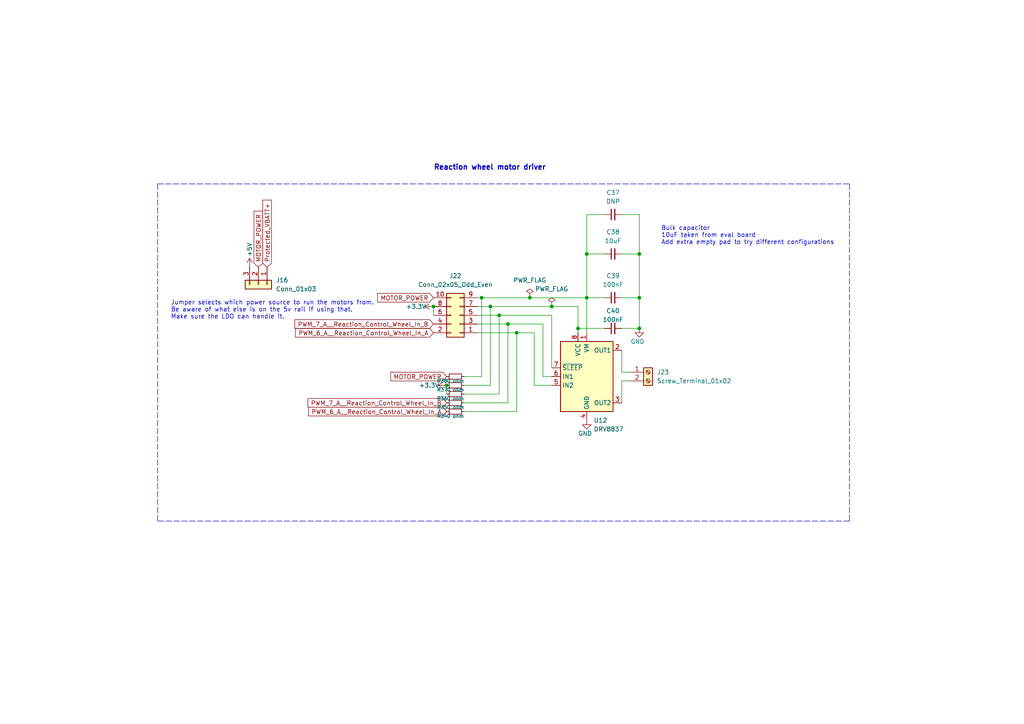
<source format=kicad_sch>
(kicad_sch (version 20211123) (generator eeschema)
  (paper "A4")
  (title_block (title "Reaction Control Wheel") (date "2023-01-31") (rev "v0.3"))
  (lib_symbols
    (symbol "Connector:Screw_Terminal_01x02" (pin_names (offset 1.016) hide)
      (property "Reference" "J" (at 0 2.54 0))
      (property "Value" "Screw_Terminal_01x02" (at 0 -5.08 0))
      (symbol "Screw_Terminal_01x02_1_1"
        (rectangle (start -1.27 1.27) (end 1.27 -3.81) (stroke (width 0.254)) (fill (type background)))
        (circle (center 0 -2.54) (radius 0.635) (stroke (width 0.1524)))
        (polyline (pts (xy -0.5334 -2.2098) (xy 0.3302 -3.048)) (stroke (width 0.1524)))
        (polyline (pts (xy -0.5334 0.3302) (xy 0.3302 -0.508)) (stroke (width 0.1524)))
        (polyline (pts (xy -0.3556 -2.032) (xy 0.508 -2.8702)) (stroke (width 0.1524)))
        (polyline (pts (xy -0.3556 0.508) (xy 0.508 -0.3302)) (stroke (width 0.1524)))
        (circle (center 0 0) (radius 0.635) (stroke (width 0.1524)))
        (pin passive line (at -5.08 0 0) (length 3.81) (name "Pin_1") (number "1"))
        (pin passive line (at -5.08 -2.54 0) (length 3.81) (name "Pin_2") (number "2"))
      )
    )
    (symbol "Connector_Generic:Conn_01x03" (pin_names (offset 1.016) hide)
      (property "Reference" "J" (at 0 5.08 0))
      (property "Value" "Conn_01x03" (at 0 -5.08 0))
      (symbol "Conn_01x03_1_1"
        (rectangle (start -1.27 -2.413) (end 0 -2.667) (stroke (width 0.1524)))
        (rectangle (start -1.27 0.127) (end 0 -0.127) (stroke (width 0.1524)))
        (rectangle (start -1.27 2.667) (end 0 2.413) (stroke (width 0.1524)))
        (rectangle (start -1.27 3.81) (end 1.27 -3.81) (stroke (width 0.254)) (fill (type background)))
        (pin passive line (at -5.08 2.54 0) (length 3.81) (name "Pin_1") (number "1"))
        (pin passive line (at -5.08 0 0) (length 3.81) (name "Pin_2") (number "2"))
        (pin passive line (at -5.08 -2.54 0) (length 3.81) (name "Pin_3") (number "3"))
      )
    )
    (symbol "Connector_Generic:Conn_02x05_Odd_Even" (pin_names (offset 1.016) hide)
      (property "Reference" "J" (at 1.27 7.62 0))
      (property "Value" "Conn_02x05_Odd_Even" (at 1.27 -7.62 0))
      (symbol "Conn_02x05_Odd_Even_1_1"
        (rectangle (start -1.27 -4.953) (end 0 -5.207) (stroke (width 0.1524)))
        (rectangle (start -1.27 -2.413) (end 0 -2.667) (stroke (width 0.1524)))
        (rectangle (start -1.27 0.127) (end 0 -0.127) (stroke (width 0.1524)))
        (rectangle (start -1.27 2.667) (end 0 2.413) (stroke (width 0.1524)))
        (rectangle (start -1.27 5.207) (end 0 4.953) (stroke (width 0.1524)))
        (rectangle (start -1.27 6.35) (end 3.81 -6.35) (stroke (width 0.254)) (fill (type background)))
        (rectangle (start 3.81 -4.953) (end 2.54 -5.207) (stroke (width 0.1524)))
        (rectangle (start 3.81 -2.413) (end 2.54 -2.667) (stroke (width 0.1524)))
        (rectangle (start 3.81 0.127) (end 2.54 -0.127) (stroke (width 0.1524)))
        (rectangle (start 3.81 2.667) (end 2.54 2.413) (stroke (width 0.1524)))
        (rectangle (start 3.81 5.207) (end 2.54 4.953) (stroke (width 0.1524)))
        (pin passive line (at -5.08 5.08 0) (length 3.81) (name "Pin_1") (number "1"))
        (pin passive line (at 7.62 -5.08 180) (length 3.81) (name "Pin_10") (number "10"))
        (pin passive line (at 7.62 5.08 180) (length 3.81) (name "Pin_2") (number "2"))
        (pin passive line (at -5.08 2.54 0) (length 3.81) (name "Pin_3") (number "3"))
        (pin passive line (at 7.62 2.54 180) (length 3.81) (name "Pin_4") (number "4"))
        (pin passive line (at -5.08 0 0) (length 3.81) (name "Pin_5") (number "5"))
        (pin passive line (at 7.62 0 180) (length 3.81) (name "Pin_6") (number "6"))
        (pin passive line (at -5.08 -2.54 0) (length 3.81) (name "Pin_7") (number "7"))
        (pin passive line (at 7.62 -2.54 180) (length 3.81) (name "Pin_8") (number "8"))
        (pin passive line (at -5.08 -5.08 0) (length 3.81) (name "Pin_9") (number "9"))
      )
    )
    (symbol "Device:C_Small" (pin_numbers hide) (pin_names (offset 0.254) hide)
      (property "Reference" "C" (at 0.254 1.778 0))
      (property "Value" "C_Small" (at 0.254 -2.032 0))
      (symbol "C_Small_0_1"
        (polyline (pts (xy -1.524 -0.508) (xy 1.524 -0.508)) (stroke (width 0.3302)))
        (polyline (pts (xy -1.524 0.508) (xy 1.524 0.508)) (stroke (width 0.3048)))
      )
      (symbol "C_Small_1_1"
        (pin passive line (at 0 2.54 270) (length 2.032) (name "~") (number "1"))
        (pin passive line (at 0 -2.54 90) (length 2.032) (name "~") (number "2"))
      )
    )
    (symbol "Device:R_Small" (pin_numbers hide) (pin_names (offset 0.254) hide)
      (property "Reference" "R" (at 0.762 0.508 0))
      (property "Value" "R_Small" (at 0.762 -1.016 0))
      (symbol "R_Small_0_1"
        (rectangle (start -0.762 1.778) (end 0.762 -1.778) (stroke (width 0.2032)))
      )
      (symbol "R_Small_1_1"
        (pin passive line (at 0 2.54 270) (length 0.762) (name "~") (number "1"))
        (pin passive line (at 0 -2.54 90) (length 0.762) (name "~") (number "2"))
      )
    )
    (symbol "Driver_Motor:DRV8837"
      (property "Reference" "U" (at 6.35 11.43 0))
      (property "Value" "DRV8837" (at -10.16 11.43 0))
      (symbol "DRV8837_0_1"
        (rectangle (start -7.62 10.16) (end 7.62 -10.16) (stroke (width 0.254)) (fill (type background)))
      )
      (symbol "DRV8837_1_1"
        (pin power_in line (at 0 12.7 270) (length 2.54) (name "VM") (number "1"))
        (pin output line (at 10.16 7.62 180) (length 2.54) (name "OUT1") (number "2"))
        (pin output line (at 10.16 -7.62 180) (length 2.54) (name "OUT2") (number "3"))
        (pin power_in line (at 0 -12.7 90) (length 2.54) (name "GND") (number "4"))
        (pin input line (at -10.16 -2.54 0) (length 2.54) (name "IN2") (number "5"))
        (pin input line (at -10.16 0 0) (length 2.54) (name "IN1") (number "6"))
        (pin input line (at -10.16 2.54 0) (length 2.54) (name "~{SLEEP}") (number "7"))
        (pin power_in line (at -2.54 12.7 270) (length 2.54) (name "VCC") (number "8"))
        (pin passive line (at 0 -12.7 90) (length 2.54) hide (name "GND") (number "9"))
      )
    )
    (symbol "power:+3.3V" (power) (pin_names (offset 0))
      (property "Value" "+3.3V" (at 0 3.556 0))
      (symbol "+3.3V_0_1"
        (polyline (pts (xy -0.762 1.27) (xy 0 2.54)))
        (polyline (pts (xy 0 0) (xy 0 2.54)))
        (polyline (pts (xy 0 2.54) (xy 0.762 1.27)))
      )
      (symbol "+3.3V_1_1"
        (pin power_in line (at 0 0 90) (length 0) hide (name "+3.3V") (number "1"))
      )
    )
    (symbol "power:+5V" (power) (pin_names (offset 0))
      (property "Value" "+5V" (at 0 3.556 0))
      (symbol "+5V_0_1"
        (polyline (pts (xy -0.762 1.27) (xy 0 2.54)))
        (polyline (pts (xy 0 0) (xy 0 2.54)))
        (polyline (pts (xy 0 2.54) (xy 0.762 1.27)))
      )
      (symbol "+5V_1_1"
        (pin power_in line (at 0 0 90) (length 0) hide (name "+5V") (number "1"))
      )
    )
    (symbol "power:GND" (power) (pin_names (offset 0))
      (property "Value" "GND" (at 0 -3.81 0))
      (symbol "GND_0_1"
        (polyline (pts (xy 0 0) (xy 0 -1.27) (xy 1.27 -1.27) (xy 0 -2.54) (xy -1.27 -1.27) (xy 0 -1.27)))
      )
      (symbol "GND_1_1"
        (pin power_in line (at 0 0 270) (length 0) hide (name "GND") (number "1"))
      )
    )
    (symbol "power:PWR_FLAG" (power) (pin_numbers hide) (pin_names (offset 0) hide)
      (property "Value" "PWR_FLAG" (at 0 3.81 0))
      (symbol "PWR_FLAG_0_0"
        (pin power_out line (at 0 0 90) (length 0) (name "pwr") (number "1"))
      )
      (symbol "PWR_FLAG_0_1"
        (polyline (pts (xy 0 0) (xy 0 1.27) (xy -1.016 1.905) (xy 0 2.54) (xy 1.016 1.905) (xy 0 1.27)))
      )
    )
  )
  (junction (at 185.42 86.36))
  (junction (at 149.86 96.52))
  (junction (at 153.67 86.36))
  (junction (at 139.7 86.36))
  (junction (at 185.42 95.25))
  (junction (at 147.32 93.98))
  (junction (at 142.24 88.9))
  (junction (at 129.54 111.76))
  (junction (at 170.18 86.36))
  (junction (at 125.73 88.9))
  (junction (at 167.64 95.25))
  (junction (at 144.78 91.44))
  (junction (at 160.02 88.9))
  (junction (at 185.42 73.66))
  (junction (at 170.18 73.66))
  (wire (pts (xy 180.34 110.49) (xy 180.34 116.84)))
  (wire (pts (xy 167.64 95.25) (xy 175.26 95.25)))
  (wire (pts (xy 139.7 86.36) (xy 153.67 86.36)))
  (wire (pts (xy 138.43 96.52) (xy 149.86 96.52)))
  (wire (pts (xy 153.67 86.36) (xy 170.18 86.36)))
  (wire (pts (xy 180.34 62.23) (xy 185.42 62.23)))
  (wire (pts (xy 138.43 86.36) (xy 139.7 86.36)))
  (wire (pts (xy 182.88 107.95) (xy 180.34 107.95)))
  (wire (pts (xy 160.02 106.68) (xy 160.02 91.44)))
  (wire (pts (xy 154.94 96.52) (xy 154.94 111.76)))
  (wire (pts (xy 170.18 86.36) (xy 170.18 96.52)))
  (wire (pts (xy 142.24 88.9) (xy 138.43 88.9)))
  (polyline (pts (xy 246.38 53.34) (xy 246.38 151.13)))
  (wire (pts (xy 180.34 86.36) (xy 185.42 86.36)))
  (wire (pts (xy 149.86 96.52) (xy 149.86 119.38)))
  (wire (pts (xy 180.34 107.95) (xy 180.34 101.6)))
  (wire (pts (xy 182.88 110.49) (xy 180.34 110.49)))
  (wire (pts (xy 125.73 88.9) (xy 125.73 91.44)))
  (wire (pts (xy 170.18 73.66) (xy 175.26 73.66)))
  (wire (pts (xy 170.18 62.23) (xy 175.26 62.23)))
  (wire (pts (xy 144.78 91.44) (xy 138.43 91.44)))
  (wire (pts (xy 134.62 111.76) (xy 142.24 111.76)))
  (polyline (pts (xy 45.72 53.34) (xy 246.38 53.34)))
  (wire (pts (xy 160.02 91.44) (xy 144.78 91.44)))
  (wire (pts (xy 154.94 111.76) (xy 160.02 111.76)))
  (wire (pts (xy 149.86 119.38) (xy 134.62 119.38)))
  (wire (pts (xy 149.86 96.52) (xy 154.94 96.52)))
  (wire (pts (xy 147.32 116.84) (xy 134.62 116.84)))
  (wire (pts (xy 157.48 109.22) (xy 160.02 109.22)))
  (wire (pts (xy 185.42 73.66) (xy 180.34 73.66)))
  (wire (pts (xy 139.7 86.36) (xy 139.7 109.22)))
  (wire (pts (xy 134.62 109.22) (xy 139.7 109.22)))
  (wire (pts (xy 185.42 62.23) (xy 185.42 73.66)))
  (wire (pts (xy 185.42 73.66) (xy 185.42 86.36)))
  (wire (pts (xy 144.78 91.44) (xy 144.78 114.3)))
  (wire (pts (xy 142.24 88.9) (xy 142.24 111.76)))
  (wire (pts (xy 167.64 88.9) (xy 160.02 88.9)))
  (wire (pts (xy 170.18 73.66) (xy 170.18 86.36)))
  (wire (pts (xy 167.64 96.52) (xy 167.64 95.25)))
  (wire (pts (xy 170.18 86.36) (xy 175.26 86.36)))
  (wire (pts (xy 185.42 86.36) (xy 185.42 95.25)))
  (polyline (pts (xy 246.38 151.13) (xy 45.72 151.13)))
  (wire (pts (xy 185.42 95.25) (xy 180.34 95.25)))
  (wire (pts (xy 167.64 95.25) (xy 167.64 88.9)))
  (wire (pts (xy 157.48 109.22) (xy 157.48 93.98)))
  (wire (pts (xy 147.32 93.98) (xy 138.43 93.98)))
  (wire (pts (xy 157.48 93.98) (xy 147.32 93.98)))
  (polyline (pts (xy 45.72 53.34) (xy 45.72 151.13)))
  (wire (pts (xy 129.54 111.76) (xy 129.54 114.3)))
  (wire (pts (xy 170.18 62.23) (xy 170.18 73.66)))
  (wire (pts (xy 144.78 114.3) (xy 134.62 114.3)))
  (wire (pts (xy 147.32 93.98) (xy 147.32 116.84)))
  (wire (pts (xy 160.02 88.9) (xy 142.24 88.9)))
  (text "Reaction wheel motor driver" (at 125.73 49.53 0) (effects (font (size 1.5 1.5) (thickness 0.3) bold) (justify left bottom)))
  (text "Bulk capacitor\n10uF taken from eval board\nAdd extra empty pad to try different configurations\n" (at 191.77 71.12 0) (effects (font (size 1.27 1.27)) (justify left bottom)))
  (text "Jumper selects which power source to run the motors from.\nBe aware of what else is on the 5v rail if using that.\nMake sure the LDO can handle it." (at 49.53 92.71 0) (effects (font (size 1.27 1.27)) (justify left bottom)))
  (global_label "MOTOR_POWER" (shape input) (at 129.54 109.22 180) (property "Intersheet References" "${INTERSHEET_REFS}" (effects hide)))
  (global_label "PWM_6_A__Reaction_Control_Wheel_In_A" (shape input) (at 125.73 96.52 180) (property "Intersheet References" "${INTERSHEET_REFS}" (effects hide)))
  (global_label "PWM_6_A__Reaction_Control_Wheel_In_A" (shape input) (at 129.54 119.38 180) (property "Intersheet References" "${INTERSHEET_REFS}" (effects hide)))
  (global_label "MOTOR_POWER" (shape input) (at 125.73 86.36 180) (property "Intersheet References" "${INTERSHEET_REFS}" (effects hide)))
  (global_label "PWM_7_A__Reaction_Control_Wheel_In_B" (shape input) (at 129.54 116.84 180) (property "Intersheet References" "${INTERSHEET_REFS}" (effects hide)))
  (global_label "MOTOR_POWER" (shape input) (at 74.93 77.47 90) (property "Intersheet References" "${INTERSHEET_REFS}" (effects hide)))
  (global_label "PWM_7_A__Reaction_Control_Wheel_In_B" (shape input) (at 125.73 93.98 180) (property "Intersheet References" "${INTERSHEET_REFS}" (effects hide)))
  (global_label "Protected_VBATT+" (shape input) (at 77.47 77.47 90) (property "Intersheet References" "${INTERSHEET_REFS}" (effects hide)))
  (symbol (lib_id "Device:R_Small") (at 132.08 119.38 270) (unit 1)
    (property "Reference" "R34" (at 128.27 120.65 90) (effects (font (size 1 1))))
    (property "Value" "0 ohm" (at 132.08 120.65 90) (effects (font (size 1 1))))
    (property "Footprint" "Resistor_SMD:R_0402_1005Metric" (effects hide))
  )
  (symbol (lib_id "Connector_Generic:Conn_02x05_Odd_Even") (at 133.35 91.44 180) (unit 1)
    (property "Reference" "J22" (at 132.08 80.01 0))
    (property "Value" "Conn_02x05_Odd_Even" (at 132.08 82.55 0))
    (property "Footprint" "Connector_PinHeader_2.54mm:PinHeader_2x05_P2.54mm_Vertical" (effects hide))
  )
  (symbol (lib_id "Device:C_Small") (at 177.8 73.66 90) (unit 1)
    (property "Reference" "C38" (at 177.8063 67.31 90))
    (property "Value" "10uF" (at 177.8063 69.85 90))
    (property "Footprint" "Capacitor_SMD:C_0805_2012Metric" (effects hide))
  )
  (symbol (lib_id "power:+5V") (at 72.39 77.47 0) (unit 1)
    (property "Reference" "#PWR0106" (effects hide))
    (property "Value" "+5V" (at 72.39 72.39 90))
  )
  (symbol (lib_id "Connector:Screw_Terminal_01x02") (at 187.96 107.95 0) (unit 1)
    (property "Reference" "J23" (at 190.5 107.9499 0) (effects (justify left)))
    (property "Value" "Screw_Terminal_01x02" (at 190.5 110.4899 0) (effects (justify left)))
    (property "Footprint" "easyeda2kicad:CONN-TH_XY301V-A-5.0-2P" (effects hide))
  )
  (symbol (lib_id "power:PWR_FLAG") (at 160.02 88.9 0) (unit 1)
    (property "Reference" "#FLG08" (effects hide))
    (property "Value" "PWR_FLAG" (at 160.02 83.82 0))
  )
  (symbol (lib_id "Device:C_Small") (at 177.8 86.36 90) (unit 1)
    (property "Reference" "C39" (at 177.8063 80.01 90))
    (property "Value" "100nF" (at 177.8063 82.55 90))
    (property "Footprint" "Capacitor_SMD:C_0402_1005Metric" (effects hide))
  )
  (symbol (lib_id "Connector_Generic:Conn_01x03") (at 74.93 82.55 270) (unit 1)
    (property "Reference" "J16" (at 80.01 81.2799 90) (effects (justify left)))
    (property "Value" "Conn_01x03" (at 80.01 83.8199 90) (effects (justify left)))
    (property "Footprint" "Connector_PinHeader_2.54mm:PinHeader_1x03_P2.54mm_Vertical" (effects hide))
  )
  (symbol (lib_id "Device:R_Small") (at 132.08 111.76 270) (unit 1)
    (property "Reference" "R37" (at 128.27 113.03 90) (effects (font (size 1 1))))
    (property "Value" "0 ohm" (at 132.08 113.03 90) (effects (font (size 1 1))))
    (property "Footprint" "Resistor_SMD:R_0402_1005Metric" (effects hide))
  )
  (symbol (lib_id "power:+3.3V") (at 129.54 111.76 90) (unit 1)
    (property "Reference" "#PWR072" (effects hide))
    (property "Value" "+3.3V" (at 124.46 111.76 90))
  )
  (symbol (lib_id "power:+3.3V") (at 125.73 88.9 90) (unit 1)
    (property "Reference" "#PWR071" (effects hide))
    (property "Value" "+3.3V" (at 120.65 88.9 90))
  )
  (symbol (lib_id "Device:R_Small") (at 132.08 114.3 270) (unit 1)
    (property "Reference" "R36" (at 128.27 115.57 90) (effects (font (size 1 1))))
    (property "Value" "0 ohm" (at 132.08 115.57 90) (effects (font (size 1 1))))
    (property "Footprint" "Resistor_SMD:R_0402_1005Metric" (effects hide))
  )
  (symbol (lib_id "power:PWR_FLAG") (at 153.67 86.36 0) (unit 1)
    (property "Reference" "#FLG07" (effects hide))
    (property "Value" "PWR_FLAG" (at 153.67 81.28 0))
  )
  (symbol (lib_id "power:GND") (at 170.18 121.92 0) (unit 1)
    (property "Reference" "#PWR073" (effects hide))
    (property "Value" "GND" (at 167.64 125.73 0) (effects (justify left)))
  )
  (symbol (lib_id "power:GND") (at 185.42 95.25 0) (unit 1)
    (property "Reference" "#PWR074" (effects hide))
    (property "Value" "GND" (at 182.88 99.06 0) (effects (justify left)))
  )
  (symbol (lib_id "Device:R_Small") (at 132.08 116.84 270) (unit 1)
    (property "Reference" "R35" (at 128.27 118.11 90) (effects (font (size 1 1))))
    (property "Value" "0 ohm" (at 132.08 118.11 90) (effects (font (size 1 1))))
    (property "Footprint" "Resistor_SMD:R_0402_1005Metric" (effects hide))
  )
  (symbol (lib_id "Driver_Motor:DRV8837") (at 170.18 109.22 0) (unit 1)
    (property "Reference" "U12" (at 172.1994 121.92 0) (effects (justify left)))
    (property "Value" "DRV8837" (at 172.1994 124.46 0) (effects (justify left)))
    (property "Footprint" "Package_SON:WSON-8-1EP_2x2mm_P0.5mm_EP0.9x1.6mm" (effects hide))
    (property "Datasheet" "http://www.ti.com/lit/ds/symlink/drv8837.pdf" (effects hide))
  )
  (symbol (lib_id "Device:C_Small") (at 177.8 62.23 90) (unit 1)
    (property "Reference" "C37" (at 177.8063 55.88 90))
    (property "Value" "DNP" (at 177.8063 58.42 90))
    (property "Footprint" "Capacitor_SMD:C_0603_1608Metric" (effects hide))
  )
  (symbol (lib_id "Device:C_Small") (at 177.8 95.25 90) (unit 1)
    (property "Reference" "C40" (at 177.8 90.17 90))
    (property "Value" "100nF" (at 177.8 92.71 90))
    (property "Footprint" "Capacitor_SMD:C_0402_1005Metric" (effects hide))
  )
  (symbol (lib_id "Device:R_Small") (at 132.08 109.22 270) (unit 1)
    (property "Reference" "R38" (at 128.27 110.49 90) (effects (font (size 1 1))))
    (property "Value" "0 ohm" (at 132.08 110.49 90) (effects (font (size 1 1))))
    (property "Footprint" "Resistor_SMD:R_0402_1005Metric" (effects hide))
  )
)
</source>
